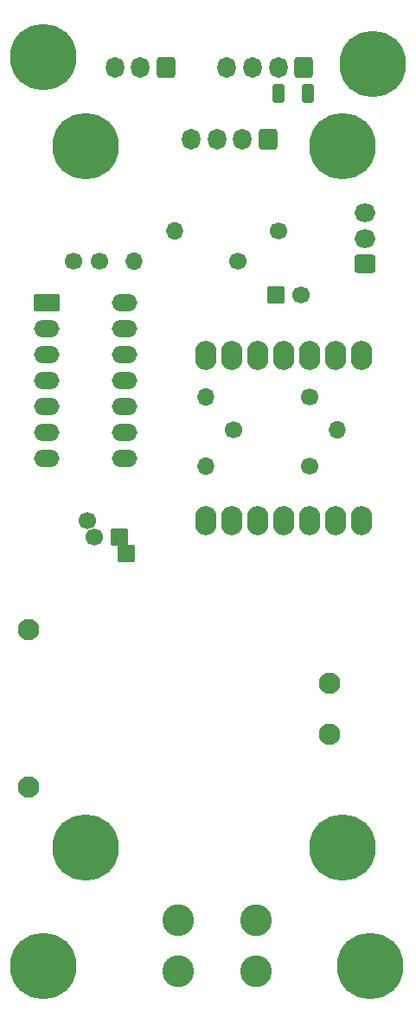
<source format=gbr>
%TF.GenerationSoftware,KiCad,Pcbnew,7.0.8*%
%TF.CreationDate,2023-10-09T03:06:34-07:00*%
%TF.ProjectId,PZEM-Stack R1,505a454d-2d53-4746-9163-6b2052312e6b,rev?*%
%TF.SameCoordinates,Original*%
%TF.FileFunction,Soldermask,Bot*%
%TF.FilePolarity,Negative*%
%FSLAX46Y46*%
G04 Gerber Fmt 4.6, Leading zero omitted, Abs format (unit mm)*
G04 Created by KiCad (PCBNEW 7.0.8) date 2023-10-09 03:06:34*
%MOMM*%
%LPD*%
G01*
G04 APERTURE LIST*
G04 Aperture macros list*
%AMRoundRect*
0 Rectangle with rounded corners*
0 $1 Rounding radius*
0 $2 $3 $4 $5 $6 $7 $8 $9 X,Y pos of 4 corners*
0 Add a 4 corners polygon primitive as box body*
4,1,4,$2,$3,$4,$5,$6,$7,$8,$9,$2,$3,0*
0 Add four circle primitives for the rounded corners*
1,1,$1+$1,$2,$3*
1,1,$1+$1,$4,$5*
1,1,$1+$1,$6,$7*
1,1,$1+$1,$8,$9*
0 Add four rect primitives between the rounded corners*
20,1,$1+$1,$2,$3,$4,$5,0*
20,1,$1+$1,$4,$5,$6,$7,0*
20,1,$1+$1,$6,$7,$8,$9,0*
20,1,$1+$1,$8,$9,$2,$3,0*%
G04 Aperture macros list end*
%ADD10RoundRect,1.050000X0.000000X0.375000X0.000000X-0.375000X0.000000X-0.375000X0.000000X0.375000X0*%
%ADD11C,0.900000*%
%ADD12C,6.500000*%
%ADD13RoundRect,0.300000X0.600000X0.725000X-0.600000X0.725000X-0.600000X-0.725000X0.600000X-0.725000X0*%
%ADD14O,1.800000X2.050000*%
%ADD15C,1.700000*%
%ADD16RoundRect,0.050000X-0.800000X-0.800000X0.800000X-0.800000X0.800000X0.800000X-0.800000X0.800000X0*%
%ADD17O,1.700000X1.700000*%
%ADD18RoundRect,0.050000X-1.200000X-0.800000X1.200000X-0.800000X1.200000X0.800000X-1.200000X0.800000X0*%
%ADD19O,2.500000X1.700000*%
%ADD20RoundRect,0.050000X0.800000X0.800000X-0.800000X0.800000X-0.800000X-0.800000X0.800000X-0.800000X0*%
%ADD21RoundRect,0.300000X0.725000X-0.600000X0.725000X0.600000X-0.725000X0.600000X-0.725000X-0.600000X0*%
%ADD22O,2.050000X1.800000*%
%ADD23C,3.100000*%
%ADD24C,2.100000*%
%ADD25RoundRect,0.300000X0.312500X0.625000X-0.312500X0.625000X-0.312500X-0.625000X0.312500X-0.625000X0*%
G04 APERTURE END LIST*
D10*
%TO.C,U2*%
X35160000Y63781000D03*
X32620000Y63781000D03*
X30080000Y63781000D03*
X27540000Y63781000D03*
X25000000Y63781000D03*
X22460000Y63781000D03*
X19920000Y63781000D03*
X19920000Y47616000D03*
X22460000Y47616000D03*
X25000000Y47616000D03*
X27540000Y47616000D03*
X30080000Y47616000D03*
X32620000Y47616000D03*
X35160000Y47616000D03*
%TD*%
D11*
%TO.C,H4*%
X33902944Y92302944D03*
X34605888Y94000000D03*
X34605888Y90605888D03*
X36302944Y94702944D03*
D12*
X36302944Y92302944D03*
D11*
X36302944Y89902944D03*
X38000000Y94000000D03*
X38000000Y90605888D03*
X38702944Y92302944D03*
%TD*%
%TO.C,H3*%
X33600000Y4000000D03*
X34302944Y5697056D03*
X34302944Y2302944D03*
X36000000Y6400000D03*
D12*
X36000000Y4000000D03*
D11*
X36000000Y1600000D03*
X37697056Y5697056D03*
X37697056Y2302944D03*
X38400000Y4000000D03*
%TD*%
%TO.C,H2*%
X1600000Y93000000D03*
X2302944Y94697056D03*
X2302944Y91302944D03*
X4000000Y95400000D03*
D12*
X4000000Y93000000D03*
D11*
X4000000Y90600000D03*
X5697056Y94697056D03*
X5697056Y91302944D03*
X6400000Y93000000D03*
%TD*%
%TO.C,H1*%
X1600000Y4000000D03*
X2302944Y5697056D03*
X2302944Y2302944D03*
X4000000Y6400000D03*
D12*
X4000000Y4000000D03*
D11*
X4000000Y1600000D03*
X5697056Y5697056D03*
X5697056Y2302944D03*
X6400000Y4000000D03*
%TD*%
D13*
%TO.C,J9*%
X16000000Y92000000D03*
D14*
X13500000Y92000000D03*
X11000000Y92000000D03*
%TD*%
D13*
%TO.C,J2*%
X29500000Y92000000D03*
D14*
X27000000Y92000000D03*
X24500000Y92000000D03*
X22000000Y92000000D03*
%TD*%
D15*
%TO.C,C1*%
X9500000Y73000000D03*
X7000000Y73000000D03*
%TD*%
D16*
%TO.C,C4*%
X26750000Y69750000D03*
D15*
X29250000Y69750000D03*
%TD*%
%TO.C,R3*%
X30080000Y53000000D03*
D17*
X19920000Y53000000D03*
%TD*%
D15*
%TO.C,R4*%
X30080000Y59750000D03*
D17*
X19920000Y59750000D03*
%TD*%
D15*
%TO.C,R1*%
X27000000Y76000000D03*
D17*
X16840000Y76000000D03*
%TD*%
D15*
%TO.C,R2*%
X23080000Y73000000D03*
D17*
X12920000Y73000000D03*
%TD*%
D18*
%TO.C,U1*%
X4380000Y69000000D03*
D19*
X4380000Y66460000D03*
X4380000Y63920000D03*
X4380000Y61380000D03*
X4380000Y58840000D03*
X4380000Y56300000D03*
X4380000Y53760000D03*
X12000000Y53760000D03*
X12000000Y56300000D03*
X12000000Y58840000D03*
X12000000Y61380000D03*
X12000000Y63920000D03*
X12000000Y66460000D03*
X12000000Y69000000D03*
%TD*%
D13*
%TO.C,J1*%
X26000000Y85000000D03*
D14*
X23500000Y85000000D03*
X21000000Y85000000D03*
X18500000Y85000000D03*
%TD*%
D11*
%TO.C,H8*%
X30902944Y15600000D03*
X31605888Y17297056D03*
X31605888Y13902944D03*
X33302944Y18000000D03*
D12*
X33302944Y15600000D03*
D11*
X33302944Y13200000D03*
X35000000Y17297056D03*
X35000000Y13902944D03*
X35702944Y15600000D03*
%TD*%
%TO.C,H7*%
X5752944Y15600000D03*
X6455888Y17297056D03*
X6455888Y13902944D03*
X8152944Y18000000D03*
D12*
X8152944Y15600000D03*
D11*
X8152944Y13200000D03*
X9850000Y17297056D03*
X9850000Y13902944D03*
X10552944Y15600000D03*
%TD*%
%TO.C,H6*%
X30902944Y84320000D03*
X31605888Y86017056D03*
X31605888Y82622944D03*
X33302944Y86720000D03*
D12*
X33302944Y84320000D03*
D11*
X33302944Y81920000D03*
X35000000Y86017056D03*
X35000000Y82622944D03*
X35702944Y84320000D03*
%TD*%
D15*
%TO.C,R5*%
X22670000Y56500000D03*
D17*
X32830000Y56500000D03*
%TD*%
D20*
%TO.C,C2*%
X12170937Y44400000D03*
X11500000Y46000000D03*
D15*
X9000000Y46000000D03*
X8329063Y47600000D03*
%TD*%
D21*
%TO.C,J4*%
X35475000Y72750000D03*
D22*
X35475000Y75250000D03*
X35475000Y77750000D03*
%TD*%
D23*
%TO.C,J3*%
X24810000Y8500000D03*
X24810000Y3500000D03*
X17190000Y8500000D03*
X17190000Y3500000D03*
%TD*%
D24*
%TO.C,U3*%
X32000000Y26750000D03*
X32000000Y31750000D03*
X2600000Y36950000D03*
X2600000Y21550000D03*
%TD*%
D11*
%TO.C,H5*%
X5752944Y84320000D03*
X6455888Y86017056D03*
X6455888Y82622944D03*
X8152944Y86720000D03*
D12*
X8152944Y84320000D03*
D11*
X8152944Y81920000D03*
X9850000Y86017056D03*
X9850000Y82622944D03*
X10552944Y84320000D03*
%TD*%
D25*
%TO.C,R7*%
X29962500Y89500000D03*
X27037500Y89500000D03*
%TD*%
M02*

</source>
